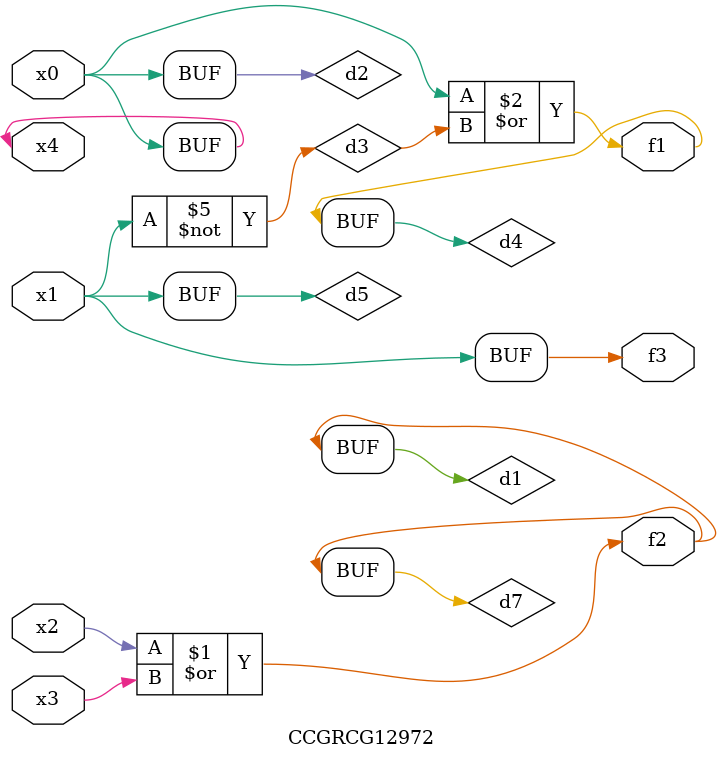
<source format=v>
module CCGRCG12972(
	input x0, x1, x2, x3, x4,
	output f1, f2, f3
);

	wire d1, d2, d3, d4, d5, d6, d7;

	or (d1, x2, x3);
	buf (d2, x0, x4);
	not (d3, x1);
	or (d4, d2, d3);
	not (d5, d3);
	nand (d6, d1, d3);
	or (d7, d1);
	assign f1 = d4;
	assign f2 = d7;
	assign f3 = d5;
endmodule

</source>
